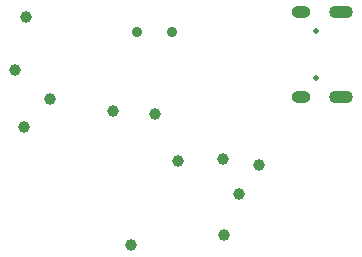
<source format=gbs>
G04 #@! TF.GenerationSoftware,KiCad,Pcbnew,8.0.1*
G04 #@! TF.CreationDate,2024-04-22T06:17:08+03:00*
G04 #@! TF.ProjectId,IMU module,494d5520-6d6f-4647-956c-652e6b696361,rev?*
G04 #@! TF.SameCoordinates,Original*
G04 #@! TF.FileFunction,Soldermask,Bot*
G04 #@! TF.FilePolarity,Negative*
%FSLAX46Y46*%
G04 Gerber Fmt 4.6, Leading zero omitted, Abs format (unit mm)*
G04 Created by KiCad (PCBNEW 8.0.1) date 2024-04-22 06:17:08*
%MOMM*%
%LPD*%
G01*
G04 APERTURE LIST*
%ADD10C,0.500000*%
%ADD11O,2.000000X1.090000*%
%ADD12O,1.600000X1.050000*%
%ADD13C,0.900000*%
%ADD14C,1.000000*%
G04 APERTURE END LIST*
D10*
X165450753Y-91965454D03*
X165450753Y-95965454D03*
D11*
X167600753Y-90365454D03*
D12*
X164150753Y-90365454D03*
D11*
X167600753Y-97565454D03*
D12*
X164150753Y-97565454D03*
D13*
X153280753Y-92009454D03*
X150280753Y-92009454D03*
D14*
X157610753Y-102765454D03*
X140730753Y-100089454D03*
X151780753Y-98954454D03*
X148222644Y-98709453D03*
X158920753Y-105748793D03*
X160650753Y-103290454D03*
X153761753Y-102936454D03*
X149820753Y-110074454D03*
X157688753Y-109236454D03*
X140880753Y-90739812D03*
X139926000Y-95270454D03*
X142970753Y-97684454D03*
M02*

</source>
